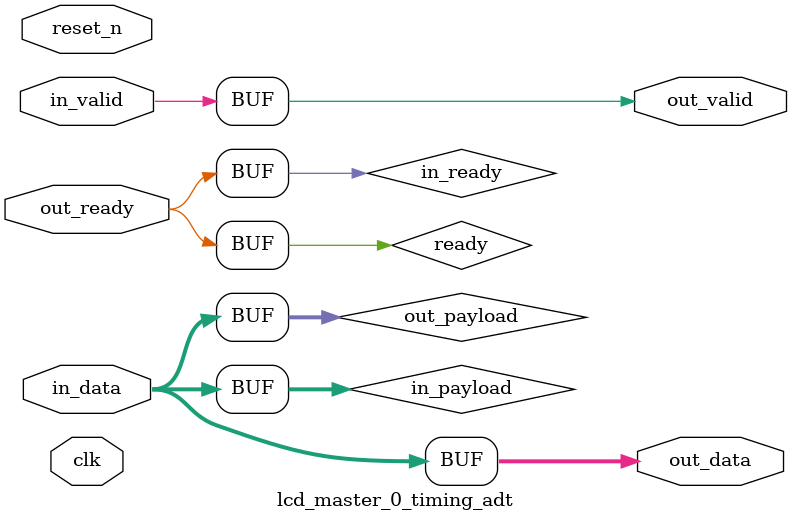
<source format=v>

`timescale 1ns / 100ps
module lcd_master_0_timing_adt (
    
      // Interface: clk
      input              clk,
      // Interface: reset
      input              reset_n,
      // Interface: in
      input              in_valid,
      input      [ 7: 0] in_data,
      // Interface: out
      output reg         out_valid,
      output reg [ 7: 0] out_data,
      input              out_ready
);




   // ---------------------------------------------------------------------
   //| Signal Declarations
   // ---------------------------------------------------------------------

   reg  [ 7: 0] in_payload;
   reg  [ 7: 0] out_payload;
   reg  [ 0: 0] ready;
   reg          in_ready;
   // synthesis translate_off
   always @(negedge in_ready) begin
      $display("%m: The downstream component is backpressuring by deasserting ready, but the upstream component can't be backpressured.");
   end
   // synthesis translate_on   


   // ---------------------------------------------------------------------
   //| Payload Mapping
   // ---------------------------------------------------------------------
   always @* begin
     in_payload = {in_data};
     {out_data} = out_payload;
   end

   // ---------------------------------------------------------------------
   //| Ready & valid signals.
   // ---------------------------------------------------------------------
   always @* begin
     ready[0] = out_ready;
     out_valid = in_valid;
     out_payload = in_payload;
     in_ready = ready[0];
   end




endmodule


</source>
